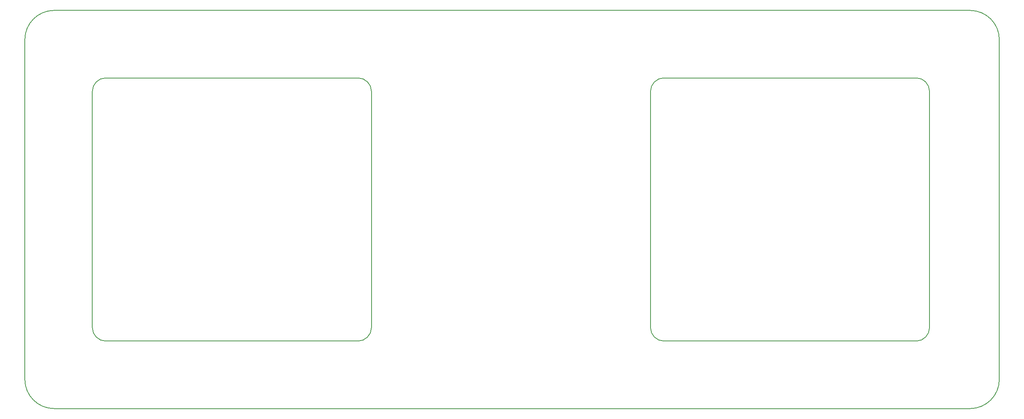
<source format=gbr>
G04 #@! TF.GenerationSoftware,KiCad,Pcbnew,(5.1.5-0-10_14)*
G04 #@! TF.CreationDate,2020-01-24T22:17:13-08:00*
G04 #@! TF.ProjectId,esp32-color-lamp-stand,65737033-322d-4636-9f6c-6f722d6c616d,rev?*
G04 #@! TF.SameCoordinates,Original*
G04 #@! TF.FileFunction,Profile,NP*
%FSLAX46Y46*%
G04 Gerber Fmt 4.6, Leading zero omitted, Abs format (unit mm)*
G04 Created by KiCad (PCBNEW (5.1.5-0-10_14)) date 2020-01-24 22:17:13*
%MOMM*%
%LPD*%
G04 APERTURE LIST*
%ADD10C,0.200000*%
G04 APERTURE END LIST*
D10*
X15000000Y-18000000D02*
G75*
G02X18000000Y-15000000I3000000J0D01*
G01*
X74000000Y-15000000D02*
X18000000Y-15000000D01*
X74000000Y-15000000D02*
G75*
G02X77000000Y-18000000I0J-3000000D01*
G01*
X77000000Y-70500000D02*
X77000000Y-18000000D01*
X77000000Y-70500000D02*
G75*
G02X74000000Y-73500000I-3000000J0D01*
G01*
X18000000Y-73500000D02*
X74000000Y-73500000D01*
X18000000Y-73500000D02*
G75*
G02X15000000Y-70500000I0J3000000D01*
G01*
X15000000Y-18000000D02*
X15000000Y-70500000D01*
X142000000Y-73500000D02*
G75*
G02X139000000Y-70500000I0J3000000D01*
G01*
X139000000Y-18000000D02*
X139000000Y-70500000D01*
X139000000Y-18000000D02*
G75*
G02X142000000Y-15000000I3000000J0D01*
G01*
X198000000Y-15000000D02*
X142000000Y-15000000D01*
X198000000Y-15000000D02*
G75*
G02X201000000Y-18000000I0J-3000000D01*
G01*
X201000000Y-70500000D02*
X201000000Y-18000000D01*
X201000000Y-70500000D02*
G75*
G02X198000000Y-73500000I-3000000J0D01*
G01*
X142000000Y-73500000D02*
X198000000Y-73500000D01*
X210000000Y0D02*
G75*
G02X216500000Y-6500000I0J-6500000D01*
G01*
X6500000Y0D02*
X210000000Y0D01*
X0Y-6500000D02*
G75*
G02X6500000Y0I6500000J0D01*
G01*
X0Y-82000000D02*
X0Y-6500000D01*
X6500000Y-88500000D02*
G75*
G02X0Y-82000000I0J6500000D01*
G01*
X210000000Y-88500000D02*
X6500000Y-88500000D01*
X216500000Y-82000000D02*
G75*
G02X210000000Y-88500000I-6500000J0D01*
G01*
X216500000Y-6500000D02*
X216500000Y-82000000D01*
M02*

</source>
